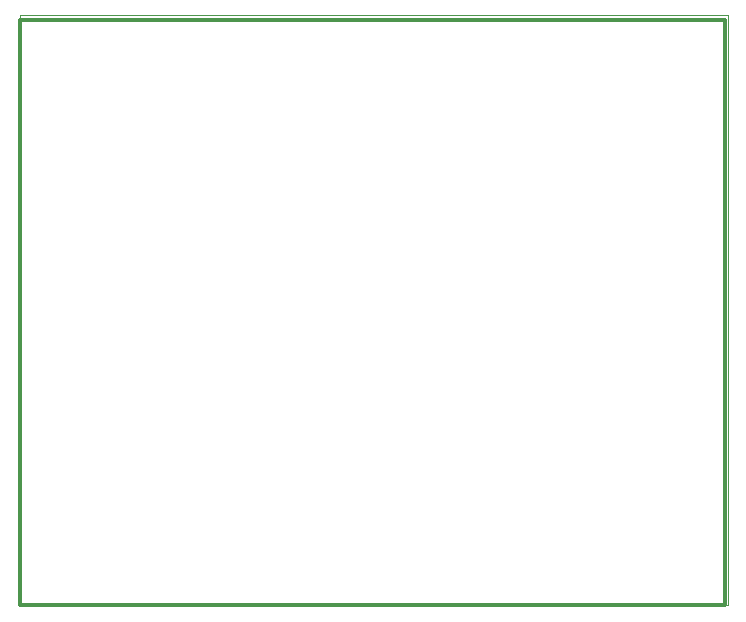
<source format=gbr>
%FSLAX34Y34*%
%MOMM*%
%LNOUTLINE*%
G71*
G01*
%ADD10C, 0.00*%
%ADD11C, 0.30*%
%LPD*%
G54D10*
X0Y500000D02*
X600000Y500000D01*
X600000Y0D01*
X0Y0D01*
X0Y500000D01*
G54D11*
X0Y495300D02*
X596900Y495300D01*
X596900Y0D01*
X0Y0D01*
X0Y495300D01*
M02*

</source>
